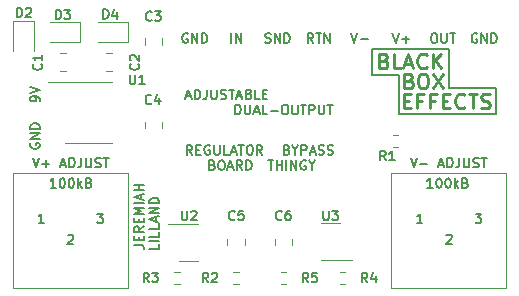
<source format=gbr>
%TF.GenerationSoftware,KiCad,Pcbnew,(6.0.7)*%
%TF.CreationDate,2022-11-14T21:42:39-08:00*%
%TF.ProjectId,3PDT_Regulator,33504454-5f52-4656-9775-6c61746f722e,rev?*%
%TF.SameCoordinates,Original*%
%TF.FileFunction,Legend,Top*%
%TF.FilePolarity,Positive*%
%FSLAX46Y46*%
G04 Gerber Fmt 4.6, Leading zero omitted, Abs format (unit mm)*
G04 Created by KiCad (PCBNEW (6.0.7)) date 2022-11-14 21:42:39*
%MOMM*%
%LPD*%
G01*
G04 APERTURE LIST*
%ADD10C,0.150000*%
%ADD11C,0.250000*%
%ADD12C,0.120000*%
G04 APERTURE END LIST*
D10*
X231461904Y-139652380D02*
X231461904Y-140033333D01*
X230661904Y-140033333D01*
X231461904Y-139385714D02*
X230661904Y-139385714D01*
X231461904Y-138623809D02*
X231461904Y-139004761D01*
X230661904Y-139004761D01*
X231461904Y-137976190D02*
X231461904Y-138357142D01*
X230661904Y-138357142D01*
X231233333Y-137747619D02*
X231233333Y-137366666D01*
X231461904Y-137823809D02*
X230661904Y-137557142D01*
X231461904Y-137290476D01*
X231461904Y-137023809D02*
X230661904Y-137023809D01*
X231461904Y-136566666D01*
X230661904Y-136566666D01*
X231461904Y-136185714D02*
X230661904Y-136185714D01*
X230661904Y-135995238D01*
X230700000Y-135880952D01*
X230776190Y-135804761D01*
X230852380Y-135766666D01*
X231004761Y-135728571D01*
X231119047Y-135728571D01*
X231271428Y-135766666D01*
X231347619Y-135804761D01*
X231423809Y-135880952D01*
X231461904Y-135995238D01*
X231461904Y-136185714D01*
X229361904Y-139719047D02*
X229933333Y-139719047D01*
X230047619Y-139757142D01*
X230123809Y-139833333D01*
X230161904Y-139947619D01*
X230161904Y-140023809D01*
X229742857Y-139338095D02*
X229742857Y-139071428D01*
X230161904Y-138957142D02*
X230161904Y-139338095D01*
X229361904Y-139338095D01*
X229361904Y-138957142D01*
X230161904Y-138157142D02*
X229780952Y-138423809D01*
X230161904Y-138614285D02*
X229361904Y-138614285D01*
X229361904Y-138309523D01*
X229400000Y-138233333D01*
X229438095Y-138195238D01*
X229514285Y-138157142D01*
X229628571Y-138157142D01*
X229704761Y-138195238D01*
X229742857Y-138233333D01*
X229780952Y-138309523D01*
X229780952Y-138614285D01*
X229742857Y-137814285D02*
X229742857Y-137547619D01*
X230161904Y-137433333D02*
X230161904Y-137814285D01*
X229361904Y-137814285D01*
X229361904Y-137433333D01*
X230161904Y-137090476D02*
X229361904Y-137090476D01*
X229933333Y-136823809D01*
X229361904Y-136557142D01*
X230161904Y-136557142D01*
X230161904Y-136176190D02*
X229361904Y-136176190D01*
X229933333Y-135833333D02*
X229933333Y-135452380D01*
X230161904Y-135909523D02*
X229361904Y-135642857D01*
X230161904Y-135376190D01*
X230161904Y-135109523D02*
X229361904Y-135109523D01*
X229742857Y-135109523D02*
X229742857Y-134652380D01*
X230161904Y-134652380D02*
X229361904Y-134652380D01*
X240700000Y-132561904D02*
X241157142Y-132561904D01*
X240928571Y-133361904D02*
X240928571Y-132561904D01*
X241423809Y-133361904D02*
X241423809Y-132561904D01*
X241423809Y-132942857D02*
X241880952Y-132942857D01*
X241880952Y-133361904D02*
X241880952Y-132561904D01*
X242261904Y-133361904D02*
X242261904Y-132561904D01*
X242642857Y-133361904D02*
X242642857Y-132561904D01*
X243100000Y-133361904D01*
X243100000Y-132561904D01*
X243900000Y-132600000D02*
X243823809Y-132561904D01*
X243709523Y-132561904D01*
X243595238Y-132600000D01*
X243519047Y-132676190D01*
X243480952Y-132752380D01*
X243442857Y-132904761D01*
X243442857Y-133019047D01*
X243480952Y-133171428D01*
X243519047Y-133247619D01*
X243595238Y-133323809D01*
X243709523Y-133361904D01*
X243785714Y-133361904D01*
X243900000Y-133323809D01*
X243938095Y-133285714D01*
X243938095Y-133019047D01*
X243785714Y-133019047D01*
X244433333Y-132980952D02*
X244433333Y-133361904D01*
X244166666Y-132561904D02*
X244433333Y-132980952D01*
X244700000Y-132561904D01*
X235995238Y-132942857D02*
X236109523Y-132980952D01*
X236147619Y-133019047D01*
X236185714Y-133095238D01*
X236185714Y-133209523D01*
X236147619Y-133285714D01*
X236109523Y-133323809D01*
X236033333Y-133361904D01*
X235728571Y-133361904D01*
X235728571Y-132561904D01*
X235995238Y-132561904D01*
X236071428Y-132600000D01*
X236109523Y-132638095D01*
X236147619Y-132714285D01*
X236147619Y-132790476D01*
X236109523Y-132866666D01*
X236071428Y-132904761D01*
X235995238Y-132942857D01*
X235728571Y-132942857D01*
X236680952Y-132561904D02*
X236833333Y-132561904D01*
X236909523Y-132600000D01*
X236985714Y-132676190D01*
X237023809Y-132828571D01*
X237023809Y-133095238D01*
X236985714Y-133247619D01*
X236909523Y-133323809D01*
X236833333Y-133361904D01*
X236680952Y-133361904D01*
X236604761Y-133323809D01*
X236528571Y-133247619D01*
X236490476Y-133095238D01*
X236490476Y-132828571D01*
X236528571Y-132676190D01*
X236604761Y-132600000D01*
X236680952Y-132561904D01*
X237328571Y-133133333D02*
X237709523Y-133133333D01*
X237252380Y-133361904D02*
X237519047Y-132561904D01*
X237785714Y-133361904D01*
X238509523Y-133361904D02*
X238242857Y-132980952D01*
X238052380Y-133361904D02*
X238052380Y-132561904D01*
X238357142Y-132561904D01*
X238433333Y-132600000D01*
X238471428Y-132638095D01*
X238509523Y-132714285D01*
X238509523Y-132828571D01*
X238471428Y-132904761D01*
X238433333Y-132942857D01*
X238357142Y-132980952D01*
X238052380Y-132980952D01*
X238852380Y-133361904D02*
X238852380Y-132561904D01*
X239042857Y-132561904D01*
X239157142Y-132600000D01*
X239233333Y-132676190D01*
X239271428Y-132752380D01*
X239309523Y-132904761D01*
X239309523Y-133019047D01*
X239271428Y-133171428D01*
X239233333Y-133247619D01*
X239157142Y-133323809D01*
X239042857Y-133361904D01*
X238852380Y-133361904D01*
X242309523Y-131642857D02*
X242423809Y-131680952D01*
X242461904Y-131719047D01*
X242500000Y-131795238D01*
X242500000Y-131909523D01*
X242461904Y-131985714D01*
X242423809Y-132023809D01*
X242347619Y-132061904D01*
X242042857Y-132061904D01*
X242042857Y-131261904D01*
X242309523Y-131261904D01*
X242385714Y-131300000D01*
X242423809Y-131338095D01*
X242461904Y-131414285D01*
X242461904Y-131490476D01*
X242423809Y-131566666D01*
X242385714Y-131604761D01*
X242309523Y-131642857D01*
X242042857Y-131642857D01*
X242995238Y-131680952D02*
X242995238Y-132061904D01*
X242728571Y-131261904D02*
X242995238Y-131680952D01*
X243261904Y-131261904D01*
X243528571Y-132061904D02*
X243528571Y-131261904D01*
X243833333Y-131261904D01*
X243909523Y-131300000D01*
X243947619Y-131338095D01*
X243985714Y-131414285D01*
X243985714Y-131528571D01*
X243947619Y-131604761D01*
X243909523Y-131642857D01*
X243833333Y-131680952D01*
X243528571Y-131680952D01*
X244290476Y-131833333D02*
X244671428Y-131833333D01*
X244214285Y-132061904D02*
X244480952Y-131261904D01*
X244747619Y-132061904D01*
X244976190Y-132023809D02*
X245090476Y-132061904D01*
X245280952Y-132061904D01*
X245357142Y-132023809D01*
X245395238Y-131985714D01*
X245433333Y-131909523D01*
X245433333Y-131833333D01*
X245395238Y-131757142D01*
X245357142Y-131719047D01*
X245280952Y-131680952D01*
X245128571Y-131642857D01*
X245052380Y-131604761D01*
X245014285Y-131566666D01*
X244976190Y-131490476D01*
X244976190Y-131414285D01*
X245014285Y-131338095D01*
X245052380Y-131300000D01*
X245128571Y-131261904D01*
X245319047Y-131261904D01*
X245433333Y-131300000D01*
X245738095Y-132023809D02*
X245852380Y-132061904D01*
X246042857Y-132061904D01*
X246119047Y-132023809D01*
X246157142Y-131985714D01*
X246195238Y-131909523D01*
X246195238Y-131833333D01*
X246157142Y-131757142D01*
X246119047Y-131719047D01*
X246042857Y-131680952D01*
X245890476Y-131642857D01*
X245814285Y-131604761D01*
X245776190Y-131566666D01*
X245738095Y-131490476D01*
X245738095Y-131414285D01*
X245776190Y-131338095D01*
X245814285Y-131300000D01*
X245890476Y-131261904D01*
X246080952Y-131261904D01*
X246195238Y-131300000D01*
X234276190Y-132061904D02*
X234009523Y-131680952D01*
X233819047Y-132061904D02*
X233819047Y-131261904D01*
X234123809Y-131261904D01*
X234200000Y-131300000D01*
X234238095Y-131338095D01*
X234276190Y-131414285D01*
X234276190Y-131528571D01*
X234238095Y-131604761D01*
X234200000Y-131642857D01*
X234123809Y-131680952D01*
X233819047Y-131680952D01*
X234619047Y-131642857D02*
X234885714Y-131642857D01*
X235000000Y-132061904D02*
X234619047Y-132061904D01*
X234619047Y-131261904D01*
X235000000Y-131261904D01*
X235761904Y-131300000D02*
X235685714Y-131261904D01*
X235571428Y-131261904D01*
X235457142Y-131300000D01*
X235380952Y-131376190D01*
X235342857Y-131452380D01*
X235304761Y-131604761D01*
X235304761Y-131719047D01*
X235342857Y-131871428D01*
X235380952Y-131947619D01*
X235457142Y-132023809D01*
X235571428Y-132061904D01*
X235647619Y-132061904D01*
X235761904Y-132023809D01*
X235800000Y-131985714D01*
X235800000Y-131719047D01*
X235647619Y-131719047D01*
X236142857Y-131261904D02*
X236142857Y-131909523D01*
X236180952Y-131985714D01*
X236219047Y-132023809D01*
X236295238Y-132061904D01*
X236447619Y-132061904D01*
X236523809Y-132023809D01*
X236561904Y-131985714D01*
X236600000Y-131909523D01*
X236600000Y-131261904D01*
X237361904Y-132061904D02*
X236980952Y-132061904D01*
X236980952Y-131261904D01*
X237590476Y-131833333D02*
X237971428Y-131833333D01*
X237514285Y-132061904D02*
X237780952Y-131261904D01*
X238047619Y-132061904D01*
X238200000Y-131261904D02*
X238657142Y-131261904D01*
X238428571Y-132061904D02*
X238428571Y-131261904D01*
X239076190Y-131261904D02*
X239228571Y-131261904D01*
X239304761Y-131300000D01*
X239380952Y-131376190D01*
X239419047Y-131528571D01*
X239419047Y-131795238D01*
X239380952Y-131947619D01*
X239304761Y-132023809D01*
X239228571Y-132061904D01*
X239076190Y-132061904D01*
X239000000Y-132023809D01*
X238923809Y-131947619D01*
X238885714Y-131795238D01*
X238885714Y-131528571D01*
X238923809Y-131376190D01*
X239000000Y-131300000D01*
X239076190Y-131261904D01*
X240219047Y-132061904D02*
X239952380Y-131680952D01*
X239761904Y-132061904D02*
X239761904Y-131261904D01*
X240066666Y-131261904D01*
X240142857Y-131300000D01*
X240180952Y-131338095D01*
X240219047Y-131414285D01*
X240219047Y-131528571D01*
X240180952Y-131604761D01*
X240142857Y-131642857D01*
X240066666Y-131680952D01*
X239761904Y-131680952D01*
X237942857Y-128661904D02*
X237942857Y-127861904D01*
X238133333Y-127861904D01*
X238247619Y-127900000D01*
X238323809Y-127976190D01*
X238361904Y-128052380D01*
X238400000Y-128204761D01*
X238400000Y-128319047D01*
X238361904Y-128471428D01*
X238323809Y-128547619D01*
X238247619Y-128623809D01*
X238133333Y-128661904D01*
X237942857Y-128661904D01*
X238742857Y-127861904D02*
X238742857Y-128509523D01*
X238780952Y-128585714D01*
X238819047Y-128623809D01*
X238895238Y-128661904D01*
X239047619Y-128661904D01*
X239123809Y-128623809D01*
X239161904Y-128585714D01*
X239200000Y-128509523D01*
X239200000Y-127861904D01*
X239542857Y-128433333D02*
X239923809Y-128433333D01*
X239466666Y-128661904D02*
X239733333Y-127861904D01*
X240000000Y-128661904D01*
X240647619Y-128661904D02*
X240266666Y-128661904D01*
X240266666Y-127861904D01*
X240914285Y-128357142D02*
X241523809Y-128357142D01*
X242057142Y-127861904D02*
X242209523Y-127861904D01*
X242285714Y-127900000D01*
X242361904Y-127976190D01*
X242400000Y-128128571D01*
X242400000Y-128395238D01*
X242361904Y-128547619D01*
X242285714Y-128623809D01*
X242209523Y-128661904D01*
X242057142Y-128661904D01*
X241980952Y-128623809D01*
X241904761Y-128547619D01*
X241866666Y-128395238D01*
X241866666Y-128128571D01*
X241904761Y-127976190D01*
X241980952Y-127900000D01*
X242057142Y-127861904D01*
X242742857Y-127861904D02*
X242742857Y-128509523D01*
X242780952Y-128585714D01*
X242819047Y-128623809D01*
X242895238Y-128661904D01*
X243047619Y-128661904D01*
X243123809Y-128623809D01*
X243161904Y-128585714D01*
X243200000Y-128509523D01*
X243200000Y-127861904D01*
X243466666Y-127861904D02*
X243923809Y-127861904D01*
X243695238Y-128661904D02*
X243695238Y-127861904D01*
X244190476Y-128661904D02*
X244190476Y-127861904D01*
X244495238Y-127861904D01*
X244571428Y-127900000D01*
X244609523Y-127938095D01*
X244647619Y-128014285D01*
X244647619Y-128128571D01*
X244609523Y-128204761D01*
X244571428Y-128242857D01*
X244495238Y-128280952D01*
X244190476Y-128280952D01*
X244990476Y-127861904D02*
X244990476Y-128509523D01*
X245028571Y-128585714D01*
X245066666Y-128623809D01*
X245142857Y-128661904D01*
X245295238Y-128661904D01*
X245371428Y-128623809D01*
X245409523Y-128585714D01*
X245447619Y-128509523D01*
X245447619Y-127861904D01*
X245714285Y-127861904D02*
X246171428Y-127861904D01*
X245942857Y-128661904D02*
X245942857Y-127861904D01*
X233771428Y-127133333D02*
X234152380Y-127133333D01*
X233695238Y-127361904D02*
X233961904Y-126561904D01*
X234228571Y-127361904D01*
X234495238Y-127361904D02*
X234495238Y-126561904D01*
X234685714Y-126561904D01*
X234800000Y-126600000D01*
X234876190Y-126676190D01*
X234914285Y-126752380D01*
X234952380Y-126904761D01*
X234952380Y-127019047D01*
X234914285Y-127171428D01*
X234876190Y-127247619D01*
X234800000Y-127323809D01*
X234685714Y-127361904D01*
X234495238Y-127361904D01*
X235523809Y-126561904D02*
X235523809Y-127133333D01*
X235485714Y-127247619D01*
X235409523Y-127323809D01*
X235295238Y-127361904D01*
X235219047Y-127361904D01*
X235904761Y-126561904D02*
X235904761Y-127209523D01*
X235942857Y-127285714D01*
X235980952Y-127323809D01*
X236057142Y-127361904D01*
X236209523Y-127361904D01*
X236285714Y-127323809D01*
X236323809Y-127285714D01*
X236361904Y-127209523D01*
X236361904Y-126561904D01*
X236704761Y-127323809D02*
X236819047Y-127361904D01*
X237009523Y-127361904D01*
X237085714Y-127323809D01*
X237123809Y-127285714D01*
X237161904Y-127209523D01*
X237161904Y-127133333D01*
X237123809Y-127057142D01*
X237085714Y-127019047D01*
X237009523Y-126980952D01*
X236857142Y-126942857D01*
X236780952Y-126904761D01*
X236742857Y-126866666D01*
X236704761Y-126790476D01*
X236704761Y-126714285D01*
X236742857Y-126638095D01*
X236780952Y-126600000D01*
X236857142Y-126561904D01*
X237047619Y-126561904D01*
X237161904Y-126600000D01*
X237390476Y-126561904D02*
X237847619Y-126561904D01*
X237619047Y-127361904D02*
X237619047Y-126561904D01*
X238076190Y-127133333D02*
X238457142Y-127133333D01*
X238000000Y-127361904D02*
X238266666Y-126561904D01*
X238533333Y-127361904D01*
X239066666Y-126942857D02*
X239180952Y-126980952D01*
X239219047Y-127019047D01*
X239257142Y-127095238D01*
X239257142Y-127209523D01*
X239219047Y-127285714D01*
X239180952Y-127323809D01*
X239104761Y-127361904D01*
X238800000Y-127361904D01*
X238800000Y-126561904D01*
X239066666Y-126561904D01*
X239142857Y-126600000D01*
X239180952Y-126638095D01*
X239219047Y-126714285D01*
X239219047Y-126790476D01*
X239180952Y-126866666D01*
X239142857Y-126904761D01*
X239066666Y-126942857D01*
X238800000Y-126942857D01*
X239980952Y-127361904D02*
X239600000Y-127361904D01*
X239600000Y-126561904D01*
X240247619Y-126942857D02*
X240514285Y-126942857D01*
X240628571Y-127361904D02*
X240247619Y-127361904D01*
X240247619Y-126561904D01*
X240628571Y-126561904D01*
X260000000Y-126400000D02*
X260000000Y-128600000D01*
X256000000Y-126400000D02*
X260000000Y-126400000D01*
X256000000Y-123100000D02*
X256000000Y-126400000D01*
X249500000Y-123100000D02*
X256000000Y-123100000D01*
X249500000Y-123500000D02*
X249500000Y-123100000D01*
X251800000Y-128600000D02*
X260000000Y-128600000D01*
X251800000Y-125300000D02*
X251800000Y-128600000D01*
X249500000Y-125300000D02*
X251800000Y-125300000D01*
X249500000Y-123500000D02*
X249500000Y-125300000D01*
D11*
X252198809Y-127510714D02*
X252615476Y-127510714D01*
X252794047Y-128165476D02*
X252198809Y-128165476D01*
X252198809Y-126915476D01*
X252794047Y-126915476D01*
X253746428Y-127510714D02*
X253329761Y-127510714D01*
X253329761Y-128165476D02*
X253329761Y-126915476D01*
X253925000Y-126915476D01*
X254817857Y-127510714D02*
X254401190Y-127510714D01*
X254401190Y-128165476D02*
X254401190Y-126915476D01*
X254996428Y-126915476D01*
X255472619Y-127510714D02*
X255889285Y-127510714D01*
X256067857Y-128165476D02*
X255472619Y-128165476D01*
X255472619Y-126915476D01*
X256067857Y-126915476D01*
X257317857Y-128046428D02*
X257258333Y-128105952D01*
X257079761Y-128165476D01*
X256960714Y-128165476D01*
X256782142Y-128105952D01*
X256663095Y-127986904D01*
X256603571Y-127867857D01*
X256544047Y-127629761D01*
X256544047Y-127451190D01*
X256603571Y-127213095D01*
X256663095Y-127094047D01*
X256782142Y-126975000D01*
X256960714Y-126915476D01*
X257079761Y-126915476D01*
X257258333Y-126975000D01*
X257317857Y-127034523D01*
X257675000Y-126915476D02*
X258389285Y-126915476D01*
X258032142Y-128165476D02*
X258032142Y-126915476D01*
X258746428Y-128105952D02*
X258925000Y-128165476D01*
X259222619Y-128165476D01*
X259341666Y-128105952D01*
X259401190Y-128046428D01*
X259460714Y-127927380D01*
X259460714Y-127808333D01*
X259401190Y-127689285D01*
X259341666Y-127629761D01*
X259222619Y-127570238D01*
X258984523Y-127510714D01*
X258865476Y-127451190D01*
X258805952Y-127391666D01*
X258746428Y-127272619D01*
X258746428Y-127153571D01*
X258805952Y-127034523D01*
X258865476Y-126975000D01*
X258984523Y-126915476D01*
X259282142Y-126915476D01*
X259460714Y-126975000D01*
X252639285Y-125810714D02*
X252817857Y-125870238D01*
X252877380Y-125929761D01*
X252936904Y-126048809D01*
X252936904Y-126227380D01*
X252877380Y-126346428D01*
X252817857Y-126405952D01*
X252698809Y-126465476D01*
X252222619Y-126465476D01*
X252222619Y-125215476D01*
X252639285Y-125215476D01*
X252758333Y-125275000D01*
X252817857Y-125334523D01*
X252877380Y-125453571D01*
X252877380Y-125572619D01*
X252817857Y-125691666D01*
X252758333Y-125751190D01*
X252639285Y-125810714D01*
X252222619Y-125810714D01*
X253710714Y-125215476D02*
X253948809Y-125215476D01*
X254067857Y-125275000D01*
X254186904Y-125394047D01*
X254246428Y-125632142D01*
X254246428Y-126048809D01*
X254186904Y-126286904D01*
X254067857Y-126405952D01*
X253948809Y-126465476D01*
X253710714Y-126465476D01*
X253591666Y-126405952D01*
X253472619Y-126286904D01*
X253413095Y-126048809D01*
X253413095Y-125632142D01*
X253472619Y-125394047D01*
X253591666Y-125275000D01*
X253710714Y-125215476D01*
X254663095Y-125215476D02*
X255496428Y-126465476D01*
X255496428Y-125215476D02*
X254663095Y-126465476D01*
X250497619Y-124110714D02*
X250676190Y-124170238D01*
X250735714Y-124229761D01*
X250795238Y-124348809D01*
X250795238Y-124527380D01*
X250735714Y-124646428D01*
X250676190Y-124705952D01*
X250557142Y-124765476D01*
X250080952Y-124765476D01*
X250080952Y-123515476D01*
X250497619Y-123515476D01*
X250616666Y-123575000D01*
X250676190Y-123634523D01*
X250735714Y-123753571D01*
X250735714Y-123872619D01*
X250676190Y-123991666D01*
X250616666Y-124051190D01*
X250497619Y-124110714D01*
X250080952Y-124110714D01*
X251926190Y-124765476D02*
X251330952Y-124765476D01*
X251330952Y-123515476D01*
X252283333Y-124408333D02*
X252878571Y-124408333D01*
X252164285Y-124765476D02*
X252580952Y-123515476D01*
X252997619Y-124765476D01*
X254128571Y-124646428D02*
X254069047Y-124705952D01*
X253890476Y-124765476D01*
X253771428Y-124765476D01*
X253592857Y-124705952D01*
X253473809Y-124586904D01*
X253414285Y-124467857D01*
X253354761Y-124229761D01*
X253354761Y-124051190D01*
X253414285Y-123813095D01*
X253473809Y-123694047D01*
X253592857Y-123575000D01*
X253771428Y-123515476D01*
X253890476Y-123515476D01*
X254069047Y-123575000D01*
X254128571Y-123634523D01*
X254664285Y-124765476D02*
X254664285Y-123515476D01*
X255378571Y-124765476D02*
X254842857Y-124051190D01*
X255378571Y-123515476D02*
X254664285Y-124229761D01*
D10*
X222742857Y-134861904D02*
X222285714Y-134861904D01*
X222514285Y-134861904D02*
X222514285Y-134061904D01*
X222438095Y-134176190D01*
X222361904Y-134252380D01*
X222285714Y-134290476D01*
X223238095Y-134061904D02*
X223314285Y-134061904D01*
X223390476Y-134100000D01*
X223428571Y-134138095D01*
X223466666Y-134214285D01*
X223504761Y-134366666D01*
X223504761Y-134557142D01*
X223466666Y-134709523D01*
X223428571Y-134785714D01*
X223390476Y-134823809D01*
X223314285Y-134861904D01*
X223238095Y-134861904D01*
X223161904Y-134823809D01*
X223123809Y-134785714D01*
X223085714Y-134709523D01*
X223047619Y-134557142D01*
X223047619Y-134366666D01*
X223085714Y-134214285D01*
X223123809Y-134138095D01*
X223161904Y-134100000D01*
X223238095Y-134061904D01*
X224000000Y-134061904D02*
X224076190Y-134061904D01*
X224152380Y-134100000D01*
X224190476Y-134138095D01*
X224228571Y-134214285D01*
X224266666Y-134366666D01*
X224266666Y-134557142D01*
X224228571Y-134709523D01*
X224190476Y-134785714D01*
X224152380Y-134823809D01*
X224076190Y-134861904D01*
X224000000Y-134861904D01*
X223923809Y-134823809D01*
X223885714Y-134785714D01*
X223847619Y-134709523D01*
X223809523Y-134557142D01*
X223809523Y-134366666D01*
X223847619Y-134214285D01*
X223885714Y-134138095D01*
X223923809Y-134100000D01*
X224000000Y-134061904D01*
X224609523Y-134861904D02*
X224609523Y-134061904D01*
X224685714Y-134557142D02*
X224914285Y-134861904D01*
X224914285Y-134328571D02*
X224609523Y-134633333D01*
X225523809Y-134442857D02*
X225638095Y-134480952D01*
X225676190Y-134519047D01*
X225714285Y-134595238D01*
X225714285Y-134709523D01*
X225676190Y-134785714D01*
X225638095Y-134823809D01*
X225561904Y-134861904D01*
X225257142Y-134861904D01*
X225257142Y-134061904D01*
X225523809Y-134061904D01*
X225600000Y-134100000D01*
X225638095Y-134138095D01*
X225676190Y-134214285D01*
X225676190Y-134290476D01*
X225638095Y-134366666D01*
X225600000Y-134404761D01*
X225523809Y-134442857D01*
X225257142Y-134442857D01*
X254642857Y-134861904D02*
X254185714Y-134861904D01*
X254414285Y-134861904D02*
X254414285Y-134061904D01*
X254338095Y-134176190D01*
X254261904Y-134252380D01*
X254185714Y-134290476D01*
X255138095Y-134061904D02*
X255214285Y-134061904D01*
X255290476Y-134100000D01*
X255328571Y-134138095D01*
X255366666Y-134214285D01*
X255404761Y-134366666D01*
X255404761Y-134557142D01*
X255366666Y-134709523D01*
X255328571Y-134785714D01*
X255290476Y-134823809D01*
X255214285Y-134861904D01*
X255138095Y-134861904D01*
X255061904Y-134823809D01*
X255023809Y-134785714D01*
X254985714Y-134709523D01*
X254947619Y-134557142D01*
X254947619Y-134366666D01*
X254985714Y-134214285D01*
X255023809Y-134138095D01*
X255061904Y-134100000D01*
X255138095Y-134061904D01*
X255900000Y-134061904D02*
X255976190Y-134061904D01*
X256052380Y-134100000D01*
X256090476Y-134138095D01*
X256128571Y-134214285D01*
X256166666Y-134366666D01*
X256166666Y-134557142D01*
X256128571Y-134709523D01*
X256090476Y-134785714D01*
X256052380Y-134823809D01*
X255976190Y-134861904D01*
X255900000Y-134861904D01*
X255823809Y-134823809D01*
X255785714Y-134785714D01*
X255747619Y-134709523D01*
X255709523Y-134557142D01*
X255709523Y-134366666D01*
X255747619Y-134214285D01*
X255785714Y-134138095D01*
X255823809Y-134100000D01*
X255900000Y-134061904D01*
X256509523Y-134861904D02*
X256509523Y-134061904D01*
X256585714Y-134557142D02*
X256814285Y-134861904D01*
X256814285Y-134328571D02*
X256509523Y-134633333D01*
X257423809Y-134442857D02*
X257538095Y-134480952D01*
X257576190Y-134519047D01*
X257614285Y-134595238D01*
X257614285Y-134709523D01*
X257576190Y-134785714D01*
X257538095Y-134823809D01*
X257461904Y-134861904D01*
X257157142Y-134861904D01*
X257157142Y-134061904D01*
X257423809Y-134061904D01*
X257500000Y-134100000D01*
X257538095Y-134138095D01*
X257576190Y-134214285D01*
X257576190Y-134290476D01*
X257538095Y-134366666D01*
X257500000Y-134404761D01*
X257423809Y-134442857D01*
X257157142Y-134442857D01*
X252780952Y-132361904D02*
X253047619Y-133161904D01*
X253314285Y-132361904D01*
X253580952Y-132857142D02*
X254190476Y-132857142D01*
X255142857Y-132933333D02*
X255523809Y-132933333D01*
X255066666Y-133161904D02*
X255333333Y-132361904D01*
X255600000Y-133161904D01*
X255866666Y-133161904D02*
X255866666Y-132361904D01*
X256057142Y-132361904D01*
X256171428Y-132400000D01*
X256247619Y-132476190D01*
X256285714Y-132552380D01*
X256323809Y-132704761D01*
X256323809Y-132819047D01*
X256285714Y-132971428D01*
X256247619Y-133047619D01*
X256171428Y-133123809D01*
X256057142Y-133161904D01*
X255866666Y-133161904D01*
X256895238Y-132361904D02*
X256895238Y-132933333D01*
X256857142Y-133047619D01*
X256780952Y-133123809D01*
X256666666Y-133161904D01*
X256590476Y-133161904D01*
X257276190Y-132361904D02*
X257276190Y-133009523D01*
X257314285Y-133085714D01*
X257352380Y-133123809D01*
X257428571Y-133161904D01*
X257580952Y-133161904D01*
X257657142Y-133123809D01*
X257695238Y-133085714D01*
X257733333Y-133009523D01*
X257733333Y-132361904D01*
X258076190Y-133123809D02*
X258190476Y-133161904D01*
X258380952Y-133161904D01*
X258457142Y-133123809D01*
X258495238Y-133085714D01*
X258533333Y-133009523D01*
X258533333Y-132933333D01*
X258495238Y-132857142D01*
X258457142Y-132819047D01*
X258380952Y-132780952D01*
X258228571Y-132742857D01*
X258152380Y-132704761D01*
X258114285Y-132666666D01*
X258076190Y-132590476D01*
X258076190Y-132514285D01*
X258114285Y-132438095D01*
X258152380Y-132400000D01*
X258228571Y-132361904D01*
X258419047Y-132361904D01*
X258533333Y-132400000D01*
X258761904Y-132361904D02*
X259219047Y-132361904D01*
X258990476Y-133161904D02*
X258990476Y-132361904D01*
X255793926Y-138912463D02*
X255832021Y-138874368D01*
X255908212Y-138836272D01*
X256098688Y-138836272D01*
X256174878Y-138874368D01*
X256212974Y-138912463D01*
X256251069Y-138988653D01*
X256251069Y-139064844D01*
X256212974Y-139179129D01*
X255755831Y-139636272D01*
X256251069Y-139636272D01*
X258269480Y-137061904D02*
X258764718Y-137061904D01*
X258498051Y-137366666D01*
X258612337Y-137366666D01*
X258688527Y-137404761D01*
X258726623Y-137442857D01*
X258764718Y-137519047D01*
X258764718Y-137709523D01*
X258726623Y-137785714D01*
X258688527Y-137823809D01*
X258612337Y-137861904D01*
X258383766Y-137861904D01*
X258307575Y-137823809D01*
X258269480Y-137785714D01*
X253764718Y-137861904D02*
X253307575Y-137861904D01*
X253536147Y-137861904D02*
X253536147Y-137061904D01*
X253459956Y-137176190D01*
X253383766Y-137252380D01*
X253307575Y-137290476D01*
X223757779Y-138912463D02*
X223795874Y-138874368D01*
X223872065Y-138836272D01*
X224062541Y-138836272D01*
X224138731Y-138874368D01*
X224176827Y-138912463D01*
X224214922Y-138988653D01*
X224214922Y-139064844D01*
X224176827Y-139179129D01*
X223719684Y-139636272D01*
X224214922Y-139636272D01*
X226233333Y-137061904D02*
X226728571Y-137061904D01*
X226461904Y-137366666D01*
X226576190Y-137366666D01*
X226652380Y-137404761D01*
X226690476Y-137442857D01*
X226728571Y-137519047D01*
X226728571Y-137709523D01*
X226690476Y-137785714D01*
X226652380Y-137823809D01*
X226576190Y-137861904D01*
X226347619Y-137861904D01*
X226271428Y-137823809D01*
X226233333Y-137785714D01*
X221728571Y-137861904D02*
X221271428Y-137861904D01*
X221500000Y-137861904D02*
X221500000Y-137061904D01*
X221423809Y-137176190D01*
X221347619Y-137252380D01*
X221271428Y-137290476D01*
X220780952Y-132361904D02*
X221047619Y-133161904D01*
X221314285Y-132361904D01*
X221580952Y-132857142D02*
X222190476Y-132857142D01*
X221885714Y-133161904D02*
X221885714Y-132552380D01*
X223142857Y-132933333D02*
X223523809Y-132933333D01*
X223066666Y-133161904D02*
X223333333Y-132361904D01*
X223600000Y-133161904D01*
X223866666Y-133161904D02*
X223866666Y-132361904D01*
X224057142Y-132361904D01*
X224171428Y-132400000D01*
X224247619Y-132476190D01*
X224285714Y-132552380D01*
X224323809Y-132704761D01*
X224323809Y-132819047D01*
X224285714Y-132971428D01*
X224247619Y-133047619D01*
X224171428Y-133123809D01*
X224057142Y-133161904D01*
X223866666Y-133161904D01*
X224895238Y-132361904D02*
X224895238Y-132933333D01*
X224857142Y-133047619D01*
X224780952Y-133123809D01*
X224666666Y-133161904D01*
X224590476Y-133161904D01*
X225276190Y-132361904D02*
X225276190Y-133009523D01*
X225314285Y-133085714D01*
X225352380Y-133123809D01*
X225428571Y-133161904D01*
X225580952Y-133161904D01*
X225657142Y-133123809D01*
X225695238Y-133085714D01*
X225733333Y-133009523D01*
X225733333Y-132361904D01*
X226076190Y-133123809D02*
X226190476Y-133161904D01*
X226380952Y-133161904D01*
X226457142Y-133123809D01*
X226495238Y-133085714D01*
X226533333Y-133009523D01*
X226533333Y-132933333D01*
X226495238Y-132857142D01*
X226457142Y-132819047D01*
X226380952Y-132780952D01*
X226228571Y-132742857D01*
X226152380Y-132704761D01*
X226114285Y-132666666D01*
X226076190Y-132590476D01*
X226076190Y-132514285D01*
X226114285Y-132438095D01*
X226152380Y-132400000D01*
X226228571Y-132361904D01*
X226419047Y-132361904D01*
X226533333Y-132400000D01*
X226761904Y-132361904D02*
X227219047Y-132361904D01*
X226990476Y-133161904D02*
X226990476Y-132361904D01*
X233890476Y-121850000D02*
X233814285Y-121811904D01*
X233700000Y-121811904D01*
X233585714Y-121850000D01*
X233509523Y-121926190D01*
X233471428Y-122002380D01*
X233433333Y-122154761D01*
X233433333Y-122269047D01*
X233471428Y-122421428D01*
X233509523Y-122497619D01*
X233585714Y-122573809D01*
X233700000Y-122611904D01*
X233776190Y-122611904D01*
X233890476Y-122573809D01*
X233928571Y-122535714D01*
X233928571Y-122269047D01*
X233776190Y-122269047D01*
X234271428Y-122611904D02*
X234271428Y-121811904D01*
X234728571Y-122611904D01*
X234728571Y-121811904D01*
X235109523Y-122611904D02*
X235109523Y-121811904D01*
X235300000Y-121811904D01*
X235414285Y-121850000D01*
X235490476Y-121926190D01*
X235528571Y-122002380D01*
X235566666Y-122154761D01*
X235566666Y-122269047D01*
X235528571Y-122421428D01*
X235490476Y-122497619D01*
X235414285Y-122573809D01*
X235300000Y-122611904D01*
X235109523Y-122611904D01*
X258390476Y-121850000D02*
X258314285Y-121811904D01*
X258200000Y-121811904D01*
X258085714Y-121850000D01*
X258009523Y-121926190D01*
X257971428Y-122002380D01*
X257933333Y-122154761D01*
X257933333Y-122269047D01*
X257971428Y-122421428D01*
X258009523Y-122497619D01*
X258085714Y-122573809D01*
X258200000Y-122611904D01*
X258276190Y-122611904D01*
X258390476Y-122573809D01*
X258428571Y-122535714D01*
X258428571Y-122269047D01*
X258276190Y-122269047D01*
X258771428Y-122611904D02*
X258771428Y-121811904D01*
X259228571Y-122611904D01*
X259228571Y-121811904D01*
X259609523Y-122611904D02*
X259609523Y-121811904D01*
X259800000Y-121811904D01*
X259914285Y-121850000D01*
X259990476Y-121926190D01*
X260028571Y-122002380D01*
X260066666Y-122154761D01*
X260066666Y-122269047D01*
X260028571Y-122421428D01*
X259990476Y-122497619D01*
X259914285Y-122573809D01*
X259800000Y-122611904D01*
X259609523Y-122611904D01*
X251238095Y-121811904D02*
X251504761Y-122611904D01*
X251771428Y-121811904D01*
X252038095Y-122307142D02*
X252647619Y-122307142D01*
X252342857Y-122611904D02*
X252342857Y-122002380D01*
X247738095Y-121811904D02*
X248004761Y-122611904D01*
X248271428Y-121811904D01*
X248538095Y-122307142D02*
X249147619Y-122307142D01*
X254700000Y-121811904D02*
X254852380Y-121811904D01*
X254928571Y-121850000D01*
X255004761Y-121926190D01*
X255042857Y-122078571D01*
X255042857Y-122345238D01*
X255004761Y-122497619D01*
X254928571Y-122573809D01*
X254852380Y-122611904D01*
X254700000Y-122611904D01*
X254623809Y-122573809D01*
X254547619Y-122497619D01*
X254509523Y-122345238D01*
X254509523Y-122078571D01*
X254547619Y-121926190D01*
X254623809Y-121850000D01*
X254700000Y-121811904D01*
X255385714Y-121811904D02*
X255385714Y-122459523D01*
X255423809Y-122535714D01*
X255461904Y-122573809D01*
X255538095Y-122611904D01*
X255690476Y-122611904D01*
X255766666Y-122573809D01*
X255804761Y-122535714D01*
X255842857Y-122459523D01*
X255842857Y-121811904D01*
X256109523Y-121811904D02*
X256566666Y-121811904D01*
X256338095Y-122611904D02*
X256338095Y-121811904D01*
X244523809Y-122611904D02*
X244257142Y-122230952D01*
X244066666Y-122611904D02*
X244066666Y-121811904D01*
X244371428Y-121811904D01*
X244447619Y-121850000D01*
X244485714Y-121888095D01*
X244523809Y-121964285D01*
X244523809Y-122078571D01*
X244485714Y-122154761D01*
X244447619Y-122192857D01*
X244371428Y-122230952D01*
X244066666Y-122230952D01*
X244752380Y-121811904D02*
X245209523Y-121811904D01*
X244980952Y-122611904D02*
X244980952Y-121811904D01*
X245476190Y-122611904D02*
X245476190Y-121811904D01*
X245933333Y-122611904D01*
X245933333Y-121811904D01*
X240452380Y-122573809D02*
X240566666Y-122611904D01*
X240757142Y-122611904D01*
X240833333Y-122573809D01*
X240871428Y-122535714D01*
X240909523Y-122459523D01*
X240909523Y-122383333D01*
X240871428Y-122307142D01*
X240833333Y-122269047D01*
X240757142Y-122230952D01*
X240604761Y-122192857D01*
X240528571Y-122154761D01*
X240490476Y-122116666D01*
X240452380Y-122040476D01*
X240452380Y-121964285D01*
X240490476Y-121888095D01*
X240528571Y-121850000D01*
X240604761Y-121811904D01*
X240795238Y-121811904D01*
X240909523Y-121850000D01*
X241252380Y-122611904D02*
X241252380Y-121811904D01*
X241709523Y-122611904D01*
X241709523Y-121811904D01*
X242090476Y-122611904D02*
X242090476Y-121811904D01*
X242280952Y-121811904D01*
X242395238Y-121850000D01*
X242471428Y-121926190D01*
X242509523Y-122002380D01*
X242547619Y-122154761D01*
X242547619Y-122269047D01*
X242509523Y-122421428D01*
X242471428Y-122497619D01*
X242395238Y-122573809D01*
X242280952Y-122611904D01*
X242090476Y-122611904D01*
X237580952Y-122611904D02*
X237580952Y-121811904D01*
X237961904Y-122611904D02*
X237961904Y-121811904D01*
X238419047Y-122611904D01*
X238419047Y-121811904D01*
X221361904Y-127495238D02*
X221361904Y-127342857D01*
X221323809Y-127266666D01*
X221285714Y-127228571D01*
X221171428Y-127152380D01*
X221019047Y-127114285D01*
X220714285Y-127114285D01*
X220638095Y-127152380D01*
X220600000Y-127190476D01*
X220561904Y-127266666D01*
X220561904Y-127419047D01*
X220600000Y-127495238D01*
X220638095Y-127533333D01*
X220714285Y-127571428D01*
X220904761Y-127571428D01*
X220980952Y-127533333D01*
X221019047Y-127495238D01*
X221057142Y-127419047D01*
X221057142Y-127266666D01*
X221019047Y-127190476D01*
X220980952Y-127152380D01*
X220904761Y-127114285D01*
X220561904Y-126885714D02*
X221361904Y-126619047D01*
X220561904Y-126352380D01*
X220600000Y-131109523D02*
X220561904Y-131185714D01*
X220561904Y-131300000D01*
X220600000Y-131414285D01*
X220676190Y-131490476D01*
X220752380Y-131528571D01*
X220904761Y-131566666D01*
X221019047Y-131566666D01*
X221171428Y-131528571D01*
X221247619Y-131490476D01*
X221323809Y-131414285D01*
X221361904Y-131300000D01*
X221361904Y-131223809D01*
X221323809Y-131109523D01*
X221285714Y-131071428D01*
X221019047Y-131071428D01*
X221019047Y-131223809D01*
X221361904Y-130728571D02*
X220561904Y-130728571D01*
X221361904Y-130271428D01*
X220561904Y-130271428D01*
X221361904Y-129890476D02*
X220561904Y-129890476D01*
X220561904Y-129700000D01*
X220600000Y-129585714D01*
X220676190Y-129509523D01*
X220752380Y-129471428D01*
X220904761Y-129433333D01*
X221019047Y-129433333D01*
X221171428Y-129471428D01*
X221247619Y-129509523D01*
X221323809Y-129585714D01*
X221361904Y-129700000D01*
X221361904Y-129890476D01*
%TO.C,U3*%
X245390476Y-136811904D02*
X245390476Y-137459523D01*
X245428571Y-137535714D01*
X245466666Y-137573809D01*
X245542857Y-137611904D01*
X245695238Y-137611904D01*
X245771428Y-137573809D01*
X245809523Y-137535714D01*
X245847619Y-137459523D01*
X245847619Y-136811904D01*
X246152380Y-136811904D02*
X246647619Y-136811904D01*
X246380952Y-137116666D01*
X246495238Y-137116666D01*
X246571428Y-137154761D01*
X246609523Y-137192857D01*
X246647619Y-137269047D01*
X246647619Y-137459523D01*
X246609523Y-137535714D01*
X246571428Y-137573809D01*
X246495238Y-137611904D01*
X246266666Y-137611904D01*
X246190476Y-137573809D01*
X246152380Y-137535714D01*
%TO.C,U2*%
X233390476Y-136811904D02*
X233390476Y-137459523D01*
X233428571Y-137535714D01*
X233466666Y-137573809D01*
X233542857Y-137611904D01*
X233695238Y-137611904D01*
X233771428Y-137573809D01*
X233809523Y-137535714D01*
X233847619Y-137459523D01*
X233847619Y-136811904D01*
X234190476Y-136888095D02*
X234228571Y-136850000D01*
X234304761Y-136811904D01*
X234495238Y-136811904D01*
X234571428Y-136850000D01*
X234609523Y-136888095D01*
X234647619Y-136964285D01*
X234647619Y-137040476D01*
X234609523Y-137154761D01*
X234152380Y-137611904D01*
X234647619Y-137611904D01*
%TO.C,U1*%
X228990476Y-125311904D02*
X228990476Y-125959523D01*
X229028571Y-126035714D01*
X229066666Y-126073809D01*
X229142857Y-126111904D01*
X229295238Y-126111904D01*
X229371428Y-126073809D01*
X229409523Y-126035714D01*
X229447619Y-125959523D01*
X229447619Y-125311904D01*
X230247619Y-126111904D02*
X229790476Y-126111904D01*
X230019047Y-126111904D02*
X230019047Y-125311904D01*
X229942857Y-125426190D01*
X229866666Y-125502380D01*
X229790476Y-125540476D01*
%TO.C,R5*%
X244116666Y-142861904D02*
X243850000Y-142480952D01*
X243659523Y-142861904D02*
X243659523Y-142061904D01*
X243964285Y-142061904D01*
X244040476Y-142100000D01*
X244078571Y-142138095D01*
X244116666Y-142214285D01*
X244116666Y-142328571D01*
X244078571Y-142404761D01*
X244040476Y-142442857D01*
X243964285Y-142480952D01*
X243659523Y-142480952D01*
X244840476Y-142061904D02*
X244459523Y-142061904D01*
X244421428Y-142442857D01*
X244459523Y-142404761D01*
X244535714Y-142366666D01*
X244726190Y-142366666D01*
X244802380Y-142404761D01*
X244840476Y-142442857D01*
X244878571Y-142519047D01*
X244878571Y-142709523D01*
X244840476Y-142785714D01*
X244802380Y-142823809D01*
X244726190Y-142861904D01*
X244535714Y-142861904D01*
X244459523Y-142823809D01*
X244421428Y-142785714D01*
%TO.C,R4*%
X249116666Y-142861904D02*
X248850000Y-142480952D01*
X248659523Y-142861904D02*
X248659523Y-142061904D01*
X248964285Y-142061904D01*
X249040476Y-142100000D01*
X249078571Y-142138095D01*
X249116666Y-142214285D01*
X249116666Y-142328571D01*
X249078571Y-142404761D01*
X249040476Y-142442857D01*
X248964285Y-142480952D01*
X248659523Y-142480952D01*
X249802380Y-142328571D02*
X249802380Y-142861904D01*
X249611904Y-142023809D02*
X249421428Y-142595238D01*
X249916666Y-142595238D01*
%TO.C,R3*%
X230616666Y-142861904D02*
X230350000Y-142480952D01*
X230159523Y-142861904D02*
X230159523Y-142061904D01*
X230464285Y-142061904D01*
X230540476Y-142100000D01*
X230578571Y-142138095D01*
X230616666Y-142214285D01*
X230616666Y-142328571D01*
X230578571Y-142404761D01*
X230540476Y-142442857D01*
X230464285Y-142480952D01*
X230159523Y-142480952D01*
X230883333Y-142061904D02*
X231378571Y-142061904D01*
X231111904Y-142366666D01*
X231226190Y-142366666D01*
X231302380Y-142404761D01*
X231340476Y-142442857D01*
X231378571Y-142519047D01*
X231378571Y-142709523D01*
X231340476Y-142785714D01*
X231302380Y-142823809D01*
X231226190Y-142861904D01*
X230997619Y-142861904D01*
X230921428Y-142823809D01*
X230883333Y-142785714D01*
%TO.C,R2*%
X235616666Y-142861904D02*
X235350000Y-142480952D01*
X235159523Y-142861904D02*
X235159523Y-142061904D01*
X235464285Y-142061904D01*
X235540476Y-142100000D01*
X235578571Y-142138095D01*
X235616666Y-142214285D01*
X235616666Y-142328571D01*
X235578571Y-142404761D01*
X235540476Y-142442857D01*
X235464285Y-142480952D01*
X235159523Y-142480952D01*
X235921428Y-142138095D02*
X235959523Y-142100000D01*
X236035714Y-142061904D01*
X236226190Y-142061904D01*
X236302380Y-142100000D01*
X236340476Y-142138095D01*
X236378571Y-142214285D01*
X236378571Y-142290476D01*
X236340476Y-142404761D01*
X235883333Y-142861904D01*
X236378571Y-142861904D01*
%TO.C,R1*%
X250666666Y-132561904D02*
X250400000Y-132180952D01*
X250209523Y-132561904D02*
X250209523Y-131761904D01*
X250514285Y-131761904D01*
X250590476Y-131800000D01*
X250628571Y-131838095D01*
X250666666Y-131914285D01*
X250666666Y-132028571D01*
X250628571Y-132104761D01*
X250590476Y-132142857D01*
X250514285Y-132180952D01*
X250209523Y-132180952D01*
X251428571Y-132561904D02*
X250971428Y-132561904D01*
X251200000Y-132561904D02*
X251200000Y-131761904D01*
X251123809Y-131876190D01*
X251047619Y-131952380D01*
X250971428Y-131990476D01*
%TO.C,D4*%
X226742295Y-120561904D02*
X226742295Y-119761904D01*
X226932772Y-119761904D01*
X227047057Y-119800000D01*
X227123248Y-119876190D01*
X227161343Y-119952380D01*
X227199438Y-120104761D01*
X227199438Y-120219047D01*
X227161343Y-120371428D01*
X227123248Y-120447619D01*
X227047057Y-120523809D01*
X226932772Y-120561904D01*
X226742295Y-120561904D01*
X227885152Y-120028571D02*
X227885152Y-120561904D01*
X227694676Y-119723809D02*
X227504200Y-120295238D01*
X227999438Y-120295238D01*
%TO.C,D3*%
X222730578Y-120595304D02*
X222730578Y-119795304D01*
X222921055Y-119795304D01*
X223035340Y-119833400D01*
X223111531Y-119909590D01*
X223149626Y-119985780D01*
X223187721Y-120138161D01*
X223187721Y-120252447D01*
X223149626Y-120404828D01*
X223111531Y-120481019D01*
X223035340Y-120557209D01*
X222921055Y-120595304D01*
X222730578Y-120595304D01*
X223454388Y-119795304D02*
X223949626Y-119795304D01*
X223682959Y-120100066D01*
X223797245Y-120100066D01*
X223873435Y-120138161D01*
X223911531Y-120176257D01*
X223949626Y-120252447D01*
X223949626Y-120442923D01*
X223911531Y-120519114D01*
X223873435Y-120557209D01*
X223797245Y-120595304D01*
X223568674Y-120595304D01*
X223492483Y-120557209D01*
X223454388Y-120519114D01*
%TO.C,D2*%
X219409523Y-120461904D02*
X219409523Y-119661904D01*
X219600000Y-119661904D01*
X219714285Y-119700000D01*
X219790476Y-119776190D01*
X219828571Y-119852380D01*
X219866666Y-120004761D01*
X219866666Y-120119047D01*
X219828571Y-120271428D01*
X219790476Y-120347619D01*
X219714285Y-120423809D01*
X219600000Y-120461904D01*
X219409523Y-120461904D01*
X220171428Y-119738095D02*
X220209523Y-119700000D01*
X220285714Y-119661904D01*
X220476190Y-119661904D01*
X220552380Y-119700000D01*
X220590476Y-119738095D01*
X220628571Y-119814285D01*
X220628571Y-119890476D01*
X220590476Y-120004761D01*
X220133333Y-120461904D01*
X220628571Y-120461904D01*
%TO.C,C6*%
X241866666Y-137535714D02*
X241828571Y-137573809D01*
X241714285Y-137611904D01*
X241638095Y-137611904D01*
X241523809Y-137573809D01*
X241447619Y-137497619D01*
X241409523Y-137421428D01*
X241371428Y-137269047D01*
X241371428Y-137154761D01*
X241409523Y-137002380D01*
X241447619Y-136926190D01*
X241523809Y-136850000D01*
X241638095Y-136811904D01*
X241714285Y-136811904D01*
X241828571Y-136850000D01*
X241866666Y-136888095D01*
X242552380Y-136811904D02*
X242400000Y-136811904D01*
X242323809Y-136850000D01*
X242285714Y-136888095D01*
X242209523Y-137002380D01*
X242171428Y-137154761D01*
X242171428Y-137459523D01*
X242209523Y-137535714D01*
X242247619Y-137573809D01*
X242323809Y-137611904D01*
X242476190Y-137611904D01*
X242552380Y-137573809D01*
X242590476Y-137535714D01*
X242628571Y-137459523D01*
X242628571Y-137269047D01*
X242590476Y-137192857D01*
X242552380Y-137154761D01*
X242476190Y-137116666D01*
X242323809Y-137116666D01*
X242247619Y-137154761D01*
X242209523Y-137192857D01*
X242171428Y-137269047D01*
%TO.C,C5*%
X237866666Y-137535714D02*
X237828571Y-137573809D01*
X237714285Y-137611904D01*
X237638095Y-137611904D01*
X237523809Y-137573809D01*
X237447619Y-137497619D01*
X237409523Y-137421428D01*
X237371428Y-137269047D01*
X237371428Y-137154761D01*
X237409523Y-137002380D01*
X237447619Y-136926190D01*
X237523809Y-136850000D01*
X237638095Y-136811904D01*
X237714285Y-136811904D01*
X237828571Y-136850000D01*
X237866666Y-136888095D01*
X238590476Y-136811904D02*
X238209523Y-136811904D01*
X238171428Y-137192857D01*
X238209523Y-137154761D01*
X238285714Y-137116666D01*
X238476190Y-137116666D01*
X238552380Y-137154761D01*
X238590476Y-137192857D01*
X238628571Y-137269047D01*
X238628571Y-137459523D01*
X238590476Y-137535714D01*
X238552380Y-137573809D01*
X238476190Y-137611904D01*
X238285714Y-137611904D01*
X238209523Y-137573809D01*
X238171428Y-137535714D01*
%TO.C,C4*%
X230824239Y-127713324D02*
X230786144Y-127751419D01*
X230671858Y-127789514D01*
X230595668Y-127789514D01*
X230481382Y-127751419D01*
X230405192Y-127675229D01*
X230367096Y-127599038D01*
X230329001Y-127446657D01*
X230329001Y-127332371D01*
X230367096Y-127179990D01*
X230405192Y-127103800D01*
X230481382Y-127027610D01*
X230595668Y-126989514D01*
X230671858Y-126989514D01*
X230786144Y-127027610D01*
X230824239Y-127065705D01*
X231509953Y-127256181D02*
X231509953Y-127789514D01*
X231319477Y-126951419D02*
X231129001Y-127522848D01*
X231624239Y-127522848D01*
%TO.C,C3*%
X230844603Y-120671844D02*
X230806508Y-120709939D01*
X230692222Y-120748034D01*
X230616032Y-120748034D01*
X230501746Y-120709939D01*
X230425556Y-120633749D01*
X230387460Y-120557558D01*
X230349365Y-120405177D01*
X230349365Y-120290891D01*
X230387460Y-120138510D01*
X230425556Y-120062320D01*
X230501746Y-119986130D01*
X230616032Y-119948034D01*
X230692222Y-119948034D01*
X230806508Y-119986130D01*
X230844603Y-120024225D01*
X231111270Y-119948034D02*
X231606508Y-119948034D01*
X231339841Y-120252796D01*
X231454127Y-120252796D01*
X231530317Y-120290891D01*
X231568413Y-120328987D01*
X231606508Y-120405177D01*
X231606508Y-120595653D01*
X231568413Y-120671844D01*
X231530317Y-120709939D01*
X231454127Y-120748034D01*
X231225556Y-120748034D01*
X231149365Y-120709939D01*
X231111270Y-120671844D01*
%TO.C,C2*%
X229732290Y-124397545D02*
X229770385Y-124435640D01*
X229808480Y-124549926D01*
X229808480Y-124626116D01*
X229770385Y-124740402D01*
X229694195Y-124816592D01*
X229618004Y-124854688D01*
X229465623Y-124892783D01*
X229351337Y-124892783D01*
X229198956Y-124854688D01*
X229122766Y-124816592D01*
X229046576Y-124740402D01*
X229008480Y-124626116D01*
X229008480Y-124549926D01*
X229046576Y-124435640D01*
X229084671Y-124397545D01*
X229084671Y-124092783D02*
X229046576Y-124054688D01*
X229008480Y-123978497D01*
X229008480Y-123788021D01*
X229046576Y-123711831D01*
X229084671Y-123673735D01*
X229160861Y-123635640D01*
X229237052Y-123635640D01*
X229351337Y-123673735D01*
X229808480Y-124130878D01*
X229808480Y-123635640D01*
%TO.C,C1*%
X221485714Y-124383333D02*
X221523809Y-124421428D01*
X221561904Y-124535714D01*
X221561904Y-124611904D01*
X221523809Y-124726190D01*
X221447619Y-124802380D01*
X221371428Y-124840476D01*
X221219047Y-124878571D01*
X221104761Y-124878571D01*
X220952380Y-124840476D01*
X220876190Y-124802380D01*
X220800000Y-124726190D01*
X220761904Y-124611904D01*
X220761904Y-124535714D01*
X220800000Y-124421428D01*
X220838095Y-124383333D01*
X221561904Y-123621428D02*
X221561904Y-124078571D01*
X221561904Y-123850000D02*
X220761904Y-123850000D01*
X220876190Y-123926190D01*
X220952380Y-124002380D01*
X220990476Y-124078571D01*
D12*
%TO.C,RV2*%
X251115000Y-133615000D02*
X251115000Y-143385000D01*
X260885000Y-133615000D02*
X251115000Y-133615000D01*
X260885000Y-143385000D02*
X251115000Y-143385000D01*
X260885000Y-133615000D02*
X260885000Y-143385000D01*
%TO.C,RV1*%
X219115000Y-133615000D02*
X219115000Y-143385000D01*
X228885000Y-133615000D02*
X219115000Y-133615000D01*
X228885000Y-143385000D02*
X219115000Y-143385000D01*
X228885000Y-133615000D02*
X228885000Y-143385000D01*
%TO.C,U3*%
X246000000Y-141010000D02*
X245200000Y-141010000D01*
X246000000Y-141010000D02*
X247800000Y-141010000D01*
X246000000Y-137890000D02*
X245200000Y-137890000D01*
X246000000Y-137890000D02*
X246800000Y-137890000D01*
%TO.C,U2*%
X234000000Y-141060000D02*
X233200000Y-141060000D01*
X234000000Y-137940000D02*
X232200000Y-137940000D01*
X234000000Y-137940000D02*
X234800000Y-137940000D01*
X234000000Y-141060000D02*
X234800000Y-141060000D01*
%TO.C,U1*%
X225500000Y-125940000D02*
X227450000Y-125940000D01*
X225500000Y-131060000D02*
X227450000Y-131060000D01*
X225500000Y-125940000D02*
X222050000Y-125940000D01*
X225500000Y-131060000D02*
X223550000Y-131060000D01*
%TO.C,R5*%
X242237258Y-141977500D02*
X241762742Y-141977500D01*
X242237258Y-143022500D02*
X241762742Y-143022500D01*
%TO.C,R4*%
X247237258Y-141977500D02*
X246762742Y-141977500D01*
X247237258Y-143022500D02*
X246762742Y-143022500D01*
%TO.C,R3*%
X232762742Y-143022500D02*
X233237258Y-143022500D01*
X232762742Y-141977500D02*
X233237258Y-141977500D01*
%TO.C,R2*%
X237762742Y-143022500D02*
X238237258Y-143022500D01*
X237762742Y-141977500D02*
X238237258Y-141977500D01*
%TO.C,R1*%
X251262742Y-131422500D02*
X251737258Y-131422500D01*
X251262742Y-130377500D02*
X251737258Y-130377500D01*
%TO.C,D4*%
X228820000Y-122570000D02*
X226270000Y-122570000D01*
X228820000Y-120870000D02*
X226270000Y-120870000D01*
X228820000Y-122570000D02*
X228820000Y-120870000D01*
%TO.C,D3*%
X224820000Y-122570000D02*
X222270000Y-122570000D01*
X224820000Y-120870000D02*
X222270000Y-120870000D01*
X224820000Y-122570000D02*
X224820000Y-120870000D01*
%TO.C,D2*%
X220850000Y-120750000D02*
X219150000Y-120750000D01*
X220850000Y-120750000D02*
X220850000Y-123300000D01*
X219150000Y-120750000D02*
X219150000Y-123300000D01*
%TO.C,C6*%
X241265000Y-139188748D02*
X241265000Y-139711252D01*
X242735000Y-139188748D02*
X242735000Y-139711252D01*
%TO.C,C5*%
X237265000Y-139238748D02*
X237265000Y-139761252D01*
X238735000Y-139238748D02*
X238735000Y-139761252D01*
%TO.C,C4*%
X230265000Y-129288748D02*
X230265000Y-129811252D01*
X231735000Y-129288748D02*
X231735000Y-129811252D01*
%TO.C,C3*%
X230265000Y-122238748D02*
X230265000Y-122761252D01*
X231735000Y-122238748D02*
X231735000Y-122761252D01*
%TO.C,C2*%
X227008748Y-123485000D02*
X227531252Y-123485000D01*
X227008748Y-124955000D02*
X227531252Y-124955000D01*
%TO.C,C1*%
X223058748Y-123485000D02*
X223581252Y-123485000D01*
X223058748Y-124955000D02*
X223581252Y-124955000D01*
%TD*%
M02*

</source>
